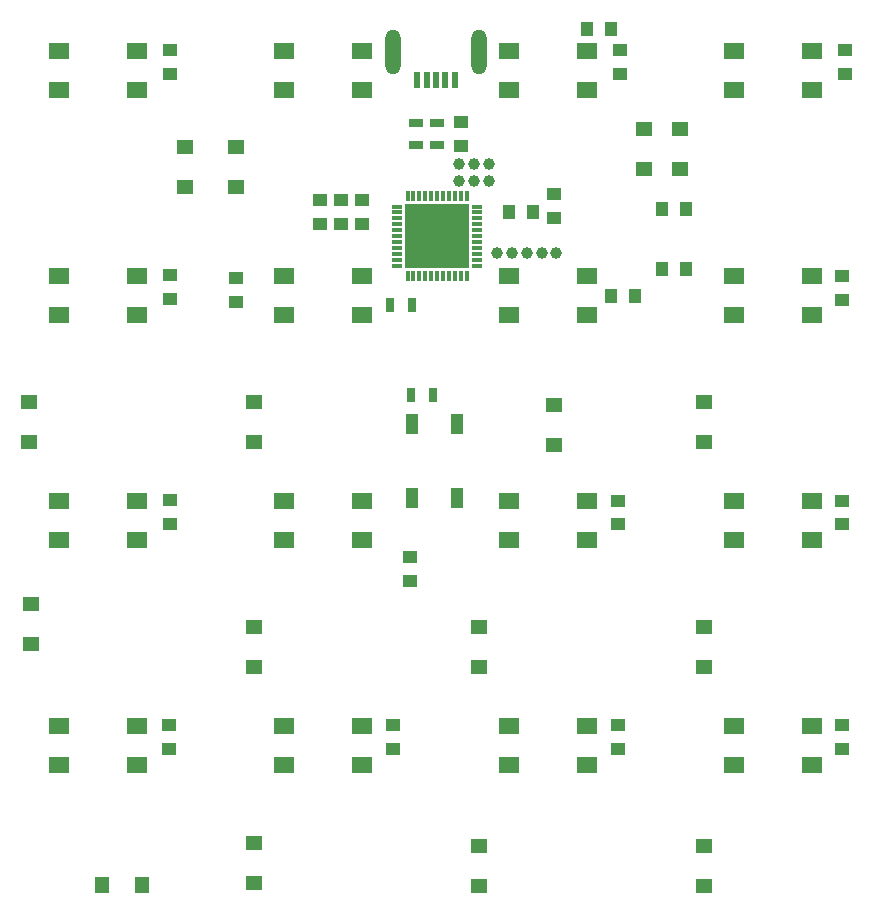
<source format=gbr>
G04 #@! TF.FileFunction,Paste,Bot*
%FSLAX46Y46*%
G04 Gerber Fmt 4.6, Leading zero omitted, Abs format (unit mm)*
G04 Created by KiCad (PCBNEW 4.0.5) date 02/28/17 13:31:52*
%MOMM*%
%LPD*%
G01*
G04 APERTURE LIST*
%ADD10C,0.100000*%
%ADD11C,0.381000*%
%ADD12C,1.000000*%
%ADD13R,1.400000X1.200000*%
%ADD14R,1.200000X1.400000*%
%ADD15R,1.000000X1.250000*%
%ADD16R,1.250000X1.000000*%
%ADD17R,0.500000X1.400000*%
%ADD18O,1.300000X3.800000*%
%ADD19R,0.700000X1.300000*%
%ADD20R,1.300000X0.700000*%
%ADD21R,1.000000X1.700000*%
%ADD22R,1.800000X1.400000*%
%ADD23R,0.300000X0.950000*%
%ADD24R,0.950000X0.300000*%
%ADD25R,5.400000X5.400000*%
G04 APERTURE END LIST*
D10*
D11*
G36*
X73785750Y-52971750D02*
X73785750Y-54671750D01*
X75485750Y-54671750D01*
X75485750Y-52971750D01*
X73785750Y-52971750D01*
G37*
X73785750Y-52971750D02*
X73785750Y-54671750D01*
X75485750Y-54671750D01*
X75485750Y-52971750D01*
X73785750Y-52971750D01*
G36*
X75485750Y-50671750D02*
X73785750Y-50671750D01*
X73785750Y-52371750D01*
X75485750Y-52371750D01*
X75485750Y-50671750D01*
G37*
X75485750Y-50671750D02*
X73785750Y-50671750D01*
X73785750Y-52371750D01*
X75485750Y-52371750D01*
X75485750Y-50671750D01*
G36*
X77785750Y-52371750D02*
X77785750Y-50671750D01*
X76085750Y-50671750D01*
X76085750Y-52371750D01*
X77785750Y-52371750D01*
G37*
X77785750Y-52371750D02*
X77785750Y-50671750D01*
X76085750Y-50671750D01*
X76085750Y-52371750D01*
X77785750Y-52371750D01*
G36*
X76085750Y-54671750D02*
X77785750Y-54671750D01*
X77785750Y-52971750D01*
X76085750Y-52971750D01*
X76085750Y-54671750D01*
G37*
X76085750Y-54671750D02*
X77785750Y-54671750D01*
X77785750Y-52971750D01*
X76085750Y-52971750D01*
X76085750Y-54671750D01*
D12*
X83393750Y-54093750D03*
X84643750Y-54093750D03*
X85893750Y-54093750D03*
X82143750Y-54093750D03*
X80893750Y-54093750D03*
D13*
X54449750Y-48529750D03*
X54449750Y-45129750D03*
X41241750Y-66719750D03*
X41241750Y-70119750D03*
X41443750Y-83793750D03*
X41443750Y-87193750D03*
D14*
X47393750Y-107593750D03*
X50793750Y-107593750D03*
D13*
X58767750Y-48529750D03*
X58767750Y-45129750D03*
X60291750Y-66719750D03*
X60291750Y-70119750D03*
X60291750Y-85769750D03*
X60291750Y-89169750D03*
X60291750Y-104057750D03*
X60291750Y-107457750D03*
X93311750Y-47005750D03*
X93311750Y-43605750D03*
X85691750Y-66973750D03*
X85691750Y-70373750D03*
X79341750Y-85769750D03*
X79341750Y-89169750D03*
X79341750Y-104311750D03*
X79341750Y-107711750D03*
X96359750Y-47005750D03*
X96359750Y-43605750D03*
X98391750Y-66719750D03*
X98391750Y-70119750D03*
X98391750Y-85769750D03*
X98391750Y-89169750D03*
X98391750Y-104311750D03*
X98391750Y-107711750D03*
D15*
X94851750Y-50385750D03*
X96851750Y-50385750D03*
X94851750Y-55465750D03*
X96851750Y-55465750D03*
D16*
X69435750Y-49639750D03*
X69435750Y-51639750D03*
D15*
X81897750Y-50639750D03*
X83897750Y-50639750D03*
D16*
X67657750Y-49639750D03*
X67657750Y-51639750D03*
X65879750Y-49639750D03*
X65879750Y-51639750D03*
X85691750Y-51131750D03*
X85691750Y-49131750D03*
X53179750Y-38939750D03*
X53179750Y-36939750D03*
D15*
X90501750Y-35145750D03*
X88501750Y-35145750D03*
D16*
X91279750Y-38939750D03*
X91279750Y-36939750D03*
X110329750Y-38939750D03*
X110329750Y-36939750D03*
X53179750Y-57989750D03*
X53179750Y-55989750D03*
X58767750Y-58243750D03*
X58767750Y-56243750D03*
D15*
X92533750Y-57751750D03*
X90533750Y-57751750D03*
D16*
X110093750Y-58093750D03*
X110093750Y-56093750D03*
X53179750Y-77039750D03*
X53179750Y-75039750D03*
X73499750Y-81865750D03*
X73499750Y-79865750D03*
X91093750Y-77093750D03*
X91093750Y-75093750D03*
X110093750Y-77093750D03*
X110093750Y-75093750D03*
X53093750Y-94093750D03*
X53093750Y-96093750D03*
X72093750Y-94093750D03*
X72093750Y-96093750D03*
X91093750Y-94093750D03*
X91093750Y-96093750D03*
X110093750Y-94093750D03*
X110093750Y-96093750D03*
X77817750Y-45035750D03*
X77817750Y-43035750D03*
D17*
X74093750Y-39453750D03*
X74893750Y-39453750D03*
X75693750Y-39453750D03*
X76493750Y-39453750D03*
X77293750Y-39453750D03*
D18*
X72043750Y-37053750D03*
X79343750Y-37053750D03*
D19*
X73565750Y-66133750D03*
X75465750Y-66133750D03*
X71787750Y-58513750D03*
X73687750Y-58513750D03*
D20*
X74007750Y-44985750D03*
X74007750Y-43085750D03*
X75785750Y-44985750D03*
X75785750Y-43085750D03*
D21*
X77431750Y-74871750D03*
X77431750Y-68571750D03*
X73631750Y-74871750D03*
X73631750Y-68571750D03*
D22*
X107533750Y-94125000D03*
X107533750Y-97425000D03*
X100933750Y-97425000D03*
X100933750Y-94125000D03*
X88483750Y-94125000D03*
X88483750Y-97425000D03*
X81883750Y-97425000D03*
X81883750Y-94125000D03*
X69433750Y-94125000D03*
X69433750Y-97425000D03*
X62833750Y-97425000D03*
X62833750Y-94125000D03*
X50383750Y-94125000D03*
X50383750Y-97425000D03*
X43783750Y-97425000D03*
X43783750Y-94125000D03*
X107533750Y-75080000D03*
X107533750Y-78380000D03*
X100933750Y-78380000D03*
X100933750Y-75080000D03*
X88483750Y-75080000D03*
X88483750Y-78380000D03*
X81883750Y-78380000D03*
X81883750Y-75080000D03*
X69433750Y-75080000D03*
X69433750Y-78380000D03*
X62833750Y-78380000D03*
X62833750Y-75080000D03*
X50383750Y-75080000D03*
X50383750Y-78380000D03*
X43783750Y-78380000D03*
X43783750Y-75080000D03*
X107533750Y-56040000D03*
X107533750Y-59340000D03*
X100933750Y-59340000D03*
X100933750Y-56040000D03*
X88483750Y-56040000D03*
X88483750Y-59340000D03*
X81883750Y-59340000D03*
X81883750Y-56040000D03*
X69433750Y-56040000D03*
X69433750Y-59340000D03*
X62833750Y-59340000D03*
X62833750Y-56040000D03*
X50383750Y-56040000D03*
X50383750Y-59340000D03*
X43783750Y-59340000D03*
X43783750Y-56040000D03*
X107533750Y-36980000D03*
X107533750Y-40280000D03*
X100933750Y-40280000D03*
X100933750Y-36980000D03*
X88483750Y-36980000D03*
X88483750Y-40280000D03*
X81883750Y-40280000D03*
X81883750Y-36980000D03*
X69433750Y-36980000D03*
X69433750Y-40280000D03*
X62833750Y-40280000D03*
X62833750Y-36980000D03*
X50383750Y-36980000D03*
X50383750Y-40280000D03*
X43783750Y-40280000D03*
X43783750Y-36980000D03*
D23*
X73285750Y-49271750D03*
X73785750Y-49271750D03*
X74285750Y-49271750D03*
X74785750Y-49271750D03*
X75285750Y-49271750D03*
X75785750Y-49271750D03*
X76285750Y-49271750D03*
X76785750Y-49271750D03*
X77285750Y-49271750D03*
X77785750Y-49271750D03*
X78285750Y-49271750D03*
D24*
X79185750Y-50171750D03*
X79185750Y-50671750D03*
X79185750Y-51171750D03*
X79185750Y-51671750D03*
X79185750Y-52171750D03*
X79185750Y-52671750D03*
X79185750Y-53171750D03*
X79185750Y-53671750D03*
X79185750Y-54171750D03*
X79185750Y-54671750D03*
X79185750Y-55171750D03*
D23*
X78285750Y-56071750D03*
X77785750Y-56071750D03*
X77285750Y-56071750D03*
X76785750Y-56071750D03*
X76285750Y-56071750D03*
X75785750Y-56071750D03*
X75285750Y-56071750D03*
X74785750Y-56071750D03*
X74285750Y-56071750D03*
X73785750Y-56071750D03*
X73285750Y-56071750D03*
D24*
X72385750Y-55171750D03*
X72385750Y-54671750D03*
X72385750Y-54171750D03*
X72385750Y-53671750D03*
X72385750Y-53171750D03*
X72385750Y-52671750D03*
X72385750Y-52171750D03*
X72385750Y-51671750D03*
X72385750Y-51171750D03*
X72385750Y-50671750D03*
X72385750Y-50171750D03*
D25*
X75785750Y-52671750D03*
D12*
X77643750Y-48043750D03*
X77643750Y-46543750D03*
X78893750Y-48043750D03*
X78893750Y-46543750D03*
X80143750Y-48043750D03*
X80143750Y-46543750D03*
M02*

</source>
